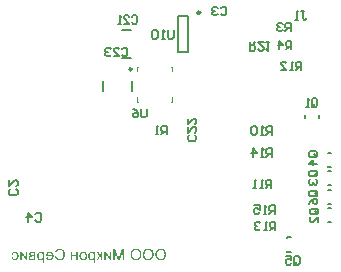
<source format=gbo>
G04 Layer_Color=32896*
%FSLAX25Y25*%
%MOIN*%
G70*
G01*
G75*
%ADD32C,0.00984*%
%ADD34C,0.00787*%
%ADD60C,0.01000*%
%ADD61C,0.00394*%
%ADD62C,0.00606*%
%ADD63C,0.00591*%
G36*
X9813Y2756D02*
X8583D01*
X8497Y2760D01*
X8415Y2764D01*
X8337Y2772D01*
X8267Y2785D01*
X8201Y2797D01*
X8140Y2813D01*
X8087Y2830D01*
X8037Y2850D01*
X7996Y2867D01*
X7955Y2883D01*
X7927Y2899D01*
X7898Y2912D01*
X7878Y2924D01*
X7865Y2932D01*
X7857Y2940D01*
X7853D01*
X7808Y2977D01*
X7767Y3018D01*
X7734Y3063D01*
X7701Y3108D01*
X7672Y3158D01*
X7652Y3207D01*
X7615Y3301D01*
X7591Y3387D01*
X7582Y3424D01*
X7578Y3453D01*
X7574Y3482D01*
X7570Y3502D01*
Y3514D01*
Y3519D01*
X7574Y3609D01*
X7591Y3687D01*
X7611Y3760D01*
X7636Y3822D01*
X7660Y3871D01*
X7681Y3908D01*
X7697Y3933D01*
X7701Y3941D01*
X7750Y4002D01*
X7804Y4051D01*
X7857Y4097D01*
X7910Y4129D01*
X7951Y4154D01*
X7988Y4170D01*
X8013Y4179D01*
X8017Y4183D01*
X8021D01*
X7964Y4220D01*
X7914Y4261D01*
X7869Y4302D01*
X7836Y4343D01*
X7808Y4375D01*
X7791Y4400D01*
X7779Y4416D01*
X7775Y4425D01*
X7746Y4482D01*
X7726Y4539D01*
X7713Y4597D01*
X7701Y4654D01*
X7697Y4699D01*
X7693Y4736D01*
Y4761D01*
Y4765D01*
Y4769D01*
X7697Y4859D01*
X7713Y4937D01*
X7738Y5011D01*
X7763Y5072D01*
X7787Y5122D01*
X7812Y5159D01*
X7828Y5179D01*
X7832Y5187D01*
X7886Y5249D01*
X7943Y5298D01*
X8000Y5343D01*
X8050Y5376D01*
X8095Y5400D01*
X8132Y5417D01*
X8156Y5425D01*
X8160Y5429D01*
X8164D01*
X8201Y5441D01*
X8242Y5454D01*
X8337Y5470D01*
X8431Y5482D01*
X8525Y5491D01*
X8611Y5495D01*
X8648Y5499D01*
X9813D01*
Y2756D01*
D02*
G37*
G36*
X51682Y6602D02*
X51821Y6581D01*
X51952Y6557D01*
X52075Y6524D01*
X52194Y6483D01*
X52301Y6438D01*
X52399Y6389D01*
X52490Y6339D01*
X52572Y6290D01*
X52641Y6241D01*
X52699Y6196D01*
X52752Y6155D01*
X52789Y6122D01*
X52818Y6097D01*
X52838Y6077D01*
X52842Y6073D01*
X52932Y5970D01*
X53010Y5855D01*
X53076Y5741D01*
X53133Y5618D01*
X53183Y5495D01*
X53224Y5372D01*
X53256Y5253D01*
X53285Y5134D01*
X53306Y5023D01*
X53318Y4925D01*
X53330Y4831D01*
X53338Y4753D01*
X53342Y4687D01*
Y4662D01*
X53347Y4638D01*
Y4621D01*
Y4609D01*
Y4601D01*
Y4597D01*
X53342Y4507D01*
X53338Y4412D01*
X53314Y4240D01*
X53297Y4158D01*
X53281Y4080D01*
X53260Y4006D01*
X53240Y3941D01*
X53219Y3875D01*
X53199Y3822D01*
X53183Y3773D01*
X53166Y3732D01*
X53154Y3699D01*
X53141Y3674D01*
X53137Y3658D01*
X53133Y3654D01*
X53088Y3572D01*
X53043Y3494D01*
X52994Y3424D01*
X52941Y3354D01*
X52887Y3293D01*
X52834Y3236D01*
X52785Y3182D01*
X52732Y3133D01*
X52682Y3092D01*
X52637Y3055D01*
X52596Y3022D01*
X52563Y2998D01*
X52535Y2977D01*
X52510Y2961D01*
X52498Y2953D01*
X52494Y2949D01*
X52412Y2904D01*
X52330Y2867D01*
X52248Y2830D01*
X52166Y2801D01*
X52084Y2776D01*
X52006Y2756D01*
X51928Y2740D01*
X51858Y2727D01*
X51789Y2715D01*
X51731Y2707D01*
X51674Y2703D01*
X51629Y2699D01*
X51592Y2694D01*
X51538D01*
X51448Y2699D01*
X51358Y2703D01*
X51186Y2731D01*
X51108Y2748D01*
X51030Y2768D01*
X50960Y2789D01*
X50895Y2809D01*
X50833Y2830D01*
X50780Y2850D01*
X50735Y2871D01*
X50694Y2887D01*
X50661Y2904D01*
X50640Y2916D01*
X50624Y2920D01*
X50620Y2924D01*
X50542Y2969D01*
X50468Y3022D01*
X50399Y3076D01*
X50337Y3129D01*
X50280Y3186D01*
X50222Y3244D01*
X50173Y3301D01*
X50128Y3354D01*
X50091Y3408D01*
X50054Y3457D01*
X50025Y3502D01*
X50001Y3539D01*
X49984Y3568D01*
X49972Y3592D01*
X49964Y3609D01*
X49960Y3613D01*
X49919Y3699D01*
X49882Y3789D01*
X49853Y3875D01*
X49825Y3965D01*
X49800Y4051D01*
X49784Y4138D01*
X49767Y4220D01*
X49755Y4298D01*
X49747Y4371D01*
X49738Y4437D01*
X49734Y4494D01*
X49730Y4544D01*
X49726Y4584D01*
Y4617D01*
Y4634D01*
Y4642D01*
X49730Y4749D01*
X49734Y4847D01*
X49747Y4945D01*
X49759Y5040D01*
X49775Y5126D01*
X49796Y5212D01*
X49816Y5290D01*
X49837Y5359D01*
X49857Y5425D01*
X49878Y5482D01*
X49894Y5536D01*
X49915Y5577D01*
X49927Y5610D01*
X49939Y5634D01*
X49944Y5650D01*
X49948Y5655D01*
X49993Y5737D01*
X50038Y5815D01*
X50091Y5888D01*
X50140Y5954D01*
X50194Y6015D01*
X50247Y6073D01*
X50300Y6126D01*
X50353Y6175D01*
X50403Y6216D01*
X50448Y6253D01*
X50485Y6286D01*
X50522Y6311D01*
X50550Y6331D01*
X50571Y6343D01*
X50587Y6352D01*
X50591Y6356D01*
X50673Y6401D01*
X50751Y6438D01*
X50833Y6470D01*
X50915Y6499D01*
X50997Y6524D01*
X51075Y6544D01*
X51149Y6561D01*
X51223Y6573D01*
X51288Y6585D01*
X51346Y6594D01*
X51399Y6598D01*
X51448Y6602D01*
X51485Y6606D01*
X51534D01*
X51682Y6602D01*
D02*
G37*
G36*
X3076Y5552D02*
X3199Y5536D01*
X3310Y5507D01*
X3359Y5491D01*
X3409Y5478D01*
X3449Y5462D01*
X3486Y5446D01*
X3519Y5433D01*
X3548Y5417D01*
X3573Y5409D01*
X3589Y5400D01*
X3597Y5392D01*
X3601D01*
X3708Y5322D01*
X3798Y5245D01*
X3876Y5159D01*
X3937Y5081D01*
X3987Y5007D01*
X4003Y4974D01*
X4019Y4945D01*
X4032Y4925D01*
X4040Y4908D01*
X4048Y4896D01*
Y4892D01*
X4097Y4765D01*
X4130Y4630D01*
X4155Y4498D01*
X4175Y4380D01*
X4179Y4322D01*
X4183Y4273D01*
X4188Y4228D01*
Y4187D01*
X4192Y4158D01*
Y4134D01*
Y4117D01*
Y4113D01*
X4188Y3990D01*
X4175Y3871D01*
X4159Y3760D01*
X4138Y3658D01*
X4114Y3564D01*
X4085Y3478D01*
X4052Y3400D01*
X4019Y3330D01*
X3991Y3268D01*
X3958Y3211D01*
X3929Y3166D01*
X3905Y3129D01*
X3884Y3096D01*
X3868Y3076D01*
X3855Y3063D01*
X3851Y3059D01*
X3786Y2994D01*
X3716Y2940D01*
X3642Y2891D01*
X3568Y2850D01*
X3491Y2813D01*
X3417Y2785D01*
X3343Y2760D01*
X3273Y2740D01*
X3208Y2723D01*
X3146Y2715D01*
X3089Y2707D01*
X3044Y2699D01*
X3003D01*
X2974Y2694D01*
X2949D01*
X2867Y2699D01*
X2789Y2707D01*
X2716Y2719D01*
X2642Y2735D01*
X2576Y2756D01*
X2515Y2781D01*
X2457Y2801D01*
X2404Y2830D01*
X2359Y2854D01*
X2314Y2875D01*
X2281Y2899D01*
X2248Y2920D01*
X2228Y2936D01*
X2207Y2949D01*
X2199Y2957D01*
X2195Y2961D01*
X2142Y3014D01*
X2088Y3067D01*
X2043Y3129D01*
X2006Y3190D01*
X1969Y3252D01*
X1937Y3314D01*
X1887Y3428D01*
X1867Y3486D01*
X1850Y3535D01*
X1838Y3580D01*
X1826Y3621D01*
X1818Y3654D01*
X1814Y3678D01*
X1809Y3695D01*
Y3699D01*
X2265Y3760D01*
X2277Y3695D01*
X2289Y3637D01*
X2306Y3580D01*
X2322Y3531D01*
X2342Y3482D01*
X2359Y3441D01*
X2379Y3404D01*
X2400Y3367D01*
X2420Y3338D01*
X2437Y3314D01*
X2470Y3272D01*
X2490Y3248D01*
X2494Y3244D01*
X2498Y3240D01*
X2572Y3186D01*
X2646Y3145D01*
X2724Y3117D01*
X2794Y3096D01*
X2859Y3084D01*
X2884Y3080D01*
X2908D01*
X2929Y3076D01*
X2953D01*
X3015Y3080D01*
X3076Y3088D01*
X3130Y3100D01*
X3183Y3117D01*
X3277Y3154D01*
X3359Y3203D01*
X3392Y3223D01*
X3421Y3248D01*
X3445Y3268D01*
X3470Y3289D01*
X3486Y3301D01*
X3499Y3314D01*
X3503Y3322D01*
X3507Y3326D01*
X3544Y3375D01*
X3577Y3432D01*
X3605Y3494D01*
X3626Y3555D01*
X3667Y3691D01*
X3691Y3822D01*
X3700Y3883D01*
X3704Y3941D01*
X3708Y3994D01*
X3712Y4039D01*
X3716Y4076D01*
Y4105D01*
Y4125D01*
Y4129D01*
X3712Y4228D01*
X3708Y4322D01*
X3695Y4404D01*
X3683Y4482D01*
X3667Y4556D01*
X3646Y4621D01*
X3626Y4679D01*
X3605Y4732D01*
X3589Y4777D01*
X3568Y4818D01*
X3548Y4851D01*
X3531Y4876D01*
X3519Y4900D01*
X3507Y4913D01*
X3503Y4921D01*
X3499Y4925D01*
X3458Y4970D01*
X3413Y5007D01*
X3363Y5044D01*
X3318Y5072D01*
X3269Y5097D01*
X3224Y5117D01*
X3134Y5146D01*
X3052Y5167D01*
X3019Y5171D01*
X2986Y5175D01*
X2962Y5179D01*
X2929D01*
X2847Y5175D01*
X2769Y5159D01*
X2703Y5134D01*
X2646Y5109D01*
X2601Y5081D01*
X2564Y5060D01*
X2543Y5044D01*
X2535Y5035D01*
X2478Y4978D01*
X2429Y4913D01*
X2392Y4843D01*
X2359Y4777D01*
X2334Y4716D01*
X2318Y4667D01*
X2314Y4646D01*
X2310Y4634D01*
X2306Y4625D01*
Y4621D01*
X1855Y4691D01*
X1871Y4765D01*
X1896Y4839D01*
X1920Y4904D01*
X1945Y4966D01*
X1973Y5023D01*
X2006Y5077D01*
X2035Y5122D01*
X2068Y5167D01*
X2097Y5204D01*
X2125Y5236D01*
X2150Y5265D01*
X2174Y5290D01*
X2191Y5306D01*
X2207Y5318D01*
X2215Y5327D01*
X2220Y5331D01*
X2273Y5372D01*
X2330Y5409D01*
X2392Y5437D01*
X2453Y5462D01*
X2576Y5503D01*
X2691Y5532D01*
X2744Y5540D01*
X2794Y5548D01*
X2839Y5552D01*
X2875Y5556D01*
X2904Y5560D01*
X2949D01*
X3076Y5552D01*
D02*
G37*
G36*
X17910Y6602D02*
X18000Y6598D01*
X18169Y6569D01*
X18250Y6553D01*
X18324Y6532D01*
X18398Y6511D01*
X18464Y6491D01*
X18521Y6470D01*
X18574Y6450D01*
X18624Y6430D01*
X18661Y6413D01*
X18693Y6397D01*
X18714Y6384D01*
X18730Y6380D01*
X18734Y6376D01*
X18808Y6331D01*
X18882Y6282D01*
X18947Y6229D01*
X19009Y6175D01*
X19066Y6118D01*
X19120Y6065D01*
X19165Y6007D01*
X19210Y5958D01*
X19247Y5905D01*
X19280Y5860D01*
X19308Y5819D01*
X19333Y5782D01*
X19349Y5749D01*
X19362Y5728D01*
X19370Y5712D01*
X19374Y5708D01*
X19415Y5626D01*
X19448Y5536D01*
X19476Y5450D01*
X19505Y5364D01*
X19546Y5187D01*
X19558Y5105D01*
X19571Y5027D01*
X19579Y4953D01*
X19587Y4888D01*
X19591Y4826D01*
X19595Y4773D01*
X19599Y4732D01*
Y4699D01*
Y4683D01*
Y4675D01*
X19595Y4576D01*
X19591Y4478D01*
X19567Y4289D01*
X19554Y4199D01*
X19538Y4117D01*
X19517Y4039D01*
X19501Y3965D01*
X19480Y3900D01*
X19464Y3838D01*
X19448Y3789D01*
X19431Y3744D01*
X19419Y3711D01*
X19411Y3683D01*
X19407Y3666D01*
X19403Y3662D01*
X19362Y3576D01*
X19321Y3494D01*
X19275Y3420D01*
X19226Y3350D01*
X19177Y3285D01*
X19132Y3227D01*
X19083Y3174D01*
X19038Y3125D01*
X18993Y3080D01*
X18952Y3043D01*
X18915Y3014D01*
X18882Y2985D01*
X18857Y2965D01*
X18837Y2953D01*
X18824Y2944D01*
X18820Y2940D01*
X18747Y2895D01*
X18669Y2858D01*
X18587Y2826D01*
X18501Y2797D01*
X18419Y2776D01*
X18337Y2756D01*
X18255Y2740D01*
X18177Y2727D01*
X18103Y2715D01*
X18037Y2707D01*
X17976Y2703D01*
X17927Y2699D01*
X17882Y2694D01*
X17824D01*
X17713Y2699D01*
X17611Y2707D01*
X17513Y2723D01*
X17418Y2744D01*
X17328Y2768D01*
X17246Y2797D01*
X17172Y2826D01*
X17102Y2854D01*
X17037Y2883D01*
X16984Y2912D01*
X16934Y2940D01*
X16897Y2965D01*
X16865Y2985D01*
X16844Y3002D01*
X16828Y3010D01*
X16824Y3014D01*
X16750Y3080D01*
X16680Y3150D01*
X16619Y3223D01*
X16561Y3297D01*
X16508Y3375D01*
X16463Y3457D01*
X16422Y3531D01*
X16385Y3609D01*
X16352Y3678D01*
X16328Y3744D01*
X16303Y3805D01*
X16287Y3855D01*
X16270Y3900D01*
X16262Y3929D01*
X16254Y3949D01*
Y3957D01*
X16754Y4084D01*
X16774Y3998D01*
X16803Y3916D01*
X16832Y3838D01*
X16861Y3769D01*
X16893Y3703D01*
X16926Y3646D01*
X16959Y3592D01*
X16992Y3543D01*
X17025Y3502D01*
X17053Y3465D01*
X17082Y3432D01*
X17102Y3408D01*
X17123Y3387D01*
X17139Y3375D01*
X17148Y3367D01*
X17152Y3363D01*
X17209Y3322D01*
X17266Y3285D01*
X17324Y3252D01*
X17385Y3223D01*
X17447Y3199D01*
X17504Y3178D01*
X17619Y3150D01*
X17668Y3141D01*
X17718Y3133D01*
X17759Y3129D01*
X17795Y3125D01*
X17824Y3121D01*
X17865D01*
X17931Y3125D01*
X17992Y3129D01*
X18111Y3150D01*
X18222Y3178D01*
X18316Y3211D01*
X18357Y3227D01*
X18394Y3240D01*
X18427Y3256D01*
X18455Y3268D01*
X18480Y3281D01*
X18496Y3289D01*
X18505Y3297D01*
X18509D01*
X18562Y3334D01*
X18611Y3371D01*
X18701Y3457D01*
X18775Y3543D01*
X18837Y3633D01*
X18882Y3711D01*
X18902Y3744D01*
X18919Y3777D01*
X18927Y3801D01*
X18935Y3818D01*
X18943Y3830D01*
Y3834D01*
X18989Y3974D01*
X19025Y4117D01*
X19050Y4261D01*
X19058Y4326D01*
X19066Y4392D01*
X19071Y4453D01*
X19075Y4507D01*
X19079Y4556D01*
Y4597D01*
X19083Y4634D01*
Y4658D01*
Y4675D01*
Y4679D01*
X19079Y4818D01*
X19066Y4949D01*
X19046Y5072D01*
X19038Y5130D01*
X19025Y5183D01*
X19013Y5228D01*
X19005Y5273D01*
X18993Y5310D01*
X18984Y5343D01*
X18980Y5368D01*
X18972Y5388D01*
X18968Y5400D01*
Y5404D01*
X18915Y5532D01*
X18853Y5642D01*
X18788Y5737D01*
X18751Y5778D01*
X18718Y5819D01*
X18685Y5851D01*
X18656Y5880D01*
X18628Y5909D01*
X18607Y5929D01*
X18587Y5946D01*
X18570Y5958D01*
X18562Y5962D01*
X18558Y5966D01*
X18501Y6003D01*
X18443Y6036D01*
X18382Y6065D01*
X18320Y6089D01*
X18197Y6126D01*
X18078Y6155D01*
X18029Y6163D01*
X17980Y6167D01*
X17935Y6171D01*
X17898Y6175D01*
X17865Y6179D01*
X17754D01*
X17689Y6171D01*
X17566Y6151D01*
X17459Y6118D01*
X17414Y6101D01*
X17369Y6085D01*
X17328Y6069D01*
X17295Y6052D01*
X17266Y6036D01*
X17242Y6019D01*
X17221Y6007D01*
X17209Y5999D01*
X17201Y5995D01*
X17197Y5991D01*
X17152Y5954D01*
X17107Y5913D01*
X17033Y5819D01*
X16963Y5716D01*
X16910Y5618D01*
X16869Y5528D01*
X16848Y5491D01*
X16836Y5458D01*
X16824Y5429D01*
X16820Y5404D01*
X16811Y5392D01*
Y5388D01*
X16319Y5503D01*
X16352Y5597D01*
X16389Y5687D01*
X16426Y5773D01*
X16471Y5851D01*
X16512Y5925D01*
X16557Y5991D01*
X16602Y6052D01*
X16647Y6106D01*
X16692Y6155D01*
X16729Y6196D01*
X16766Y6233D01*
X16799Y6261D01*
X16824Y6286D01*
X16844Y6302D01*
X16857Y6311D01*
X16861Y6315D01*
X16934Y6368D01*
X17012Y6409D01*
X17090Y6450D01*
X17172Y6483D01*
X17254Y6511D01*
X17332Y6536D01*
X17410Y6553D01*
X17484Y6569D01*
X17553Y6581D01*
X17615Y6589D01*
X17672Y6598D01*
X17722Y6602D01*
X17763Y6606D01*
X17816D01*
X17910Y6602D01*
D02*
G37*
G36*
X14675Y5556D02*
X14778Y5544D01*
X14868Y5523D01*
X14958Y5499D01*
X15040Y5470D01*
X15118Y5437D01*
X15188Y5404D01*
X15249Y5368D01*
X15307Y5331D01*
X15356Y5298D01*
X15401Y5265D01*
X15434Y5236D01*
X15462Y5212D01*
X15483Y5191D01*
X15495Y5179D01*
X15499Y5175D01*
X15561Y5101D01*
X15614Y5019D01*
X15663Y4933D01*
X15704Y4847D01*
X15737Y4757D01*
X15766Y4667D01*
X15790Y4580D01*
X15807Y4494D01*
X15823Y4416D01*
X15832Y4338D01*
X15840Y4273D01*
X15848Y4216D01*
Y4166D01*
X15852Y4129D01*
Y4109D01*
Y4101D01*
X15848Y3978D01*
X15836Y3863D01*
X15819Y3756D01*
X15799Y3658D01*
X15770Y3564D01*
X15741Y3478D01*
X15709Y3400D01*
X15676Y3330D01*
X15647Y3268D01*
X15614Y3215D01*
X15586Y3170D01*
X15557Y3133D01*
X15536Y3100D01*
X15520Y3080D01*
X15508Y3067D01*
X15504Y3063D01*
X15434Y2998D01*
X15360Y2940D01*
X15286Y2891D01*
X15204Y2850D01*
X15126Y2813D01*
X15044Y2785D01*
X14966Y2760D01*
X14893Y2740D01*
X14823Y2727D01*
X14757Y2715D01*
X14700Y2707D01*
X14647Y2699D01*
X14606D01*
X14573Y2694D01*
X14548D01*
X14462Y2699D01*
X14376Y2703D01*
X14298Y2715D01*
X14224Y2731D01*
X14155Y2748D01*
X14093Y2768D01*
X14032Y2789D01*
X13978Y2809D01*
X13929Y2830D01*
X13888Y2850D01*
X13851Y2871D01*
X13818Y2887D01*
X13798Y2904D01*
X13777Y2916D01*
X13769Y2920D01*
X13765Y2924D01*
X13708Y2969D01*
X13658Y3018D01*
X13613Y3072D01*
X13568Y3125D01*
X13495Y3236D01*
X13437Y3338D01*
X13417Y3387D01*
X13396Y3432D01*
X13380Y3473D01*
X13367Y3510D01*
X13355Y3539D01*
X13347Y3559D01*
X13343Y3576D01*
Y3580D01*
X13827Y3641D01*
X13868Y3539D01*
X13917Y3449D01*
X13966Y3371D01*
X14011Y3314D01*
X14052Y3264D01*
X14085Y3232D01*
X14105Y3215D01*
X14109Y3207D01*
X14114D01*
X14183Y3162D01*
X14257Y3133D01*
X14331Y3108D01*
X14397Y3092D01*
X14458Y3084D01*
X14507Y3080D01*
X14524Y3076D01*
X14548D01*
X14610Y3080D01*
X14671Y3088D01*
X14729Y3096D01*
X14782Y3113D01*
X14880Y3150D01*
X14962Y3195D01*
X14999Y3215D01*
X15032Y3240D01*
X15057Y3260D01*
X15081Y3277D01*
X15098Y3293D01*
X15110Y3305D01*
X15118Y3309D01*
X15122Y3314D01*
X15163Y3363D01*
X15200Y3412D01*
X15229Y3469D01*
X15258Y3523D01*
X15303Y3641D01*
X15335Y3752D01*
X15348Y3805D01*
X15356Y3855D01*
X15364Y3896D01*
X15368Y3937D01*
X15372Y3965D01*
X15376Y3990D01*
Y4006D01*
Y4011D01*
X13330D01*
X13326Y4064D01*
Y4105D01*
Y4125D01*
Y4134D01*
X13330Y4256D01*
X13343Y4371D01*
X13359Y4482D01*
X13380Y4584D01*
X13408Y4679D01*
X13437Y4765D01*
X13470Y4843D01*
X13499Y4913D01*
X13531Y4974D01*
X13564Y5031D01*
X13593Y5077D01*
X13622Y5113D01*
X13642Y5146D01*
X13658Y5167D01*
X13671Y5179D01*
X13675Y5183D01*
X13740Y5249D01*
X13814Y5306D01*
X13888Y5359D01*
X13962Y5400D01*
X14036Y5437D01*
X14114Y5470D01*
X14183Y5495D01*
X14253Y5515D01*
X14319Y5528D01*
X14380Y5540D01*
X14433Y5548D01*
X14483Y5556D01*
X14520D01*
X14548Y5560D01*
X14573D01*
X14675Y5556D01*
D02*
G37*
G36*
X28660D02*
X28751Y5544D01*
X28828Y5528D01*
X28894Y5507D01*
X28947Y5486D01*
X28988Y5470D01*
X29013Y5458D01*
X29017Y5454D01*
X29021D01*
X29091Y5409D01*
X29152Y5359D01*
X29210Y5306D01*
X29259Y5257D01*
X29300Y5212D01*
X29333Y5171D01*
X29349Y5146D01*
X29357Y5142D01*
Y5499D01*
X29780D01*
Y1706D01*
X29316D01*
Y3039D01*
X29271Y2985D01*
X29222Y2936D01*
X29173Y2891D01*
X29124Y2858D01*
X29083Y2830D01*
X29046Y2805D01*
X29025Y2793D01*
X29017Y2789D01*
X28947Y2756D01*
X28874Y2735D01*
X28804Y2719D01*
X28738Y2707D01*
X28681Y2699D01*
X28640Y2694D01*
X28599D01*
X28537Y2699D01*
X28480Y2703D01*
X28369Y2723D01*
X28267Y2752D01*
X28177Y2785D01*
X28136Y2801D01*
X28099Y2813D01*
X28070Y2830D01*
X28041Y2842D01*
X28021Y2854D01*
X28004Y2863D01*
X27996Y2871D01*
X27992D01*
X27890Y2944D01*
X27804Y3026D01*
X27726Y3113D01*
X27664Y3199D01*
X27615Y3272D01*
X27599Y3305D01*
X27582Y3334D01*
X27570Y3354D01*
X27562Y3371D01*
X27553Y3383D01*
Y3387D01*
X27504Y3519D01*
X27467Y3650D01*
X27439Y3777D01*
X27422Y3892D01*
X27414Y3945D01*
X27410Y3994D01*
X27406Y4039D01*
Y4076D01*
X27402Y4105D01*
Y4125D01*
Y4142D01*
Y4146D01*
X27406Y4289D01*
X27422Y4425D01*
X27447Y4548D01*
X27459Y4601D01*
X27471Y4654D01*
X27484Y4699D01*
X27496Y4744D01*
X27508Y4781D01*
X27521Y4810D01*
X27529Y4835D01*
X27537Y4851D01*
X27541Y4863D01*
Y4867D01*
X27599Y4982D01*
X27660Y5085D01*
X27730Y5171D01*
X27795Y5245D01*
X27853Y5302D01*
X27902Y5343D01*
X27922Y5355D01*
X27935Y5368D01*
X27943Y5376D01*
X27947D01*
X27996Y5409D01*
X28049Y5437D01*
X28156Y5482D01*
X28259Y5515D01*
X28357Y5536D01*
X28402Y5544D01*
X28439Y5552D01*
X28476Y5556D01*
X28509D01*
X28533Y5560D01*
X28566D01*
X28660Y5556D01*
D02*
G37*
G36*
X11637D02*
X11727Y5544D01*
X11805Y5528D01*
X11871Y5507D01*
X11924Y5486D01*
X11965Y5470D01*
X11990Y5458D01*
X11994Y5454D01*
X11998D01*
X12068Y5409D01*
X12129Y5359D01*
X12187Y5306D01*
X12236Y5257D01*
X12277Y5212D01*
X12310Y5171D01*
X12326Y5146D01*
X12334Y5142D01*
Y5499D01*
X12756D01*
Y1706D01*
X12293D01*
Y3039D01*
X12248Y2985D01*
X12199Y2936D01*
X12150Y2891D01*
X12100Y2858D01*
X12060Y2830D01*
X12023Y2805D01*
X12002Y2793D01*
X11994Y2789D01*
X11924Y2756D01*
X11850Y2735D01*
X11781Y2719D01*
X11715Y2707D01*
X11658Y2699D01*
X11617Y2694D01*
X11576D01*
X11514Y2699D01*
X11457Y2703D01*
X11346Y2723D01*
X11244Y2752D01*
X11153Y2785D01*
X11112Y2801D01*
X11075Y2813D01*
X11047Y2830D01*
X11018Y2842D01*
X10998Y2854D01*
X10981Y2863D01*
X10973Y2871D01*
X10969D01*
X10866Y2944D01*
X10780Y3026D01*
X10702Y3113D01*
X10641Y3199D01*
X10592Y3272D01*
X10575Y3305D01*
X10559Y3334D01*
X10547Y3354D01*
X10538Y3371D01*
X10530Y3383D01*
Y3387D01*
X10481Y3519D01*
X10444Y3650D01*
X10415Y3777D01*
X10399Y3892D01*
X10391Y3945D01*
X10387Y3994D01*
X10383Y4039D01*
Y4076D01*
X10379Y4105D01*
Y4125D01*
Y4142D01*
Y4146D01*
X10383Y4289D01*
X10399Y4425D01*
X10424Y4548D01*
X10436Y4601D01*
X10448Y4654D01*
X10460Y4699D01*
X10473Y4744D01*
X10485Y4781D01*
X10497Y4810D01*
X10506Y4835D01*
X10514Y4851D01*
X10518Y4863D01*
Y4867D01*
X10575Y4982D01*
X10637Y5085D01*
X10706Y5171D01*
X10772Y5245D01*
X10830Y5302D01*
X10879Y5343D01*
X10899Y5355D01*
X10911Y5368D01*
X10920Y5376D01*
X10924D01*
X10973Y5409D01*
X11026Y5437D01*
X11133Y5482D01*
X11235Y5515D01*
X11334Y5536D01*
X11379Y5544D01*
X11416Y5552D01*
X11453Y5556D01*
X11485D01*
X11510Y5560D01*
X11543D01*
X11637Y5556D01*
D02*
G37*
G36*
X25823D02*
X25913Y5548D01*
X25995Y5532D01*
X26077Y5511D01*
X26155Y5491D01*
X26225Y5462D01*
X26291Y5437D01*
X26348Y5409D01*
X26405Y5380D01*
X26450Y5351D01*
X26491Y5322D01*
X26528Y5302D01*
X26553Y5282D01*
X26574Y5265D01*
X26586Y5257D01*
X26590Y5253D01*
X26664Y5179D01*
X26729Y5101D01*
X26787Y5015D01*
X26836Y4925D01*
X26873Y4831D01*
X26910Y4736D01*
X26938Y4642D01*
X26959Y4552D01*
X26975Y4466D01*
X26992Y4388D01*
X27000Y4314D01*
X27004Y4248D01*
X27008Y4199D01*
X27012Y4158D01*
Y4134D01*
Y4129D01*
Y4125D01*
X27008Y3998D01*
X26996Y3879D01*
X26979Y3769D01*
X26959Y3666D01*
X26930Y3572D01*
X26902Y3486D01*
X26869Y3408D01*
X26836Y3334D01*
X26803Y3272D01*
X26770Y3215D01*
X26742Y3170D01*
X26713Y3133D01*
X26692Y3100D01*
X26676Y3080D01*
X26664Y3067D01*
X26660Y3063D01*
X26590Y2998D01*
X26516Y2940D01*
X26442Y2891D01*
X26364Y2850D01*
X26287Y2813D01*
X26209Y2785D01*
X26135Y2760D01*
X26061Y2740D01*
X25991Y2727D01*
X25930Y2715D01*
X25872Y2707D01*
X25823Y2699D01*
X25782D01*
X25754Y2694D01*
X25729D01*
X25598Y2703D01*
X25475Y2719D01*
X25364Y2748D01*
X25311Y2760D01*
X25266Y2776D01*
X25221Y2793D01*
X25184Y2805D01*
X25151Y2822D01*
X25122Y2834D01*
X25098Y2842D01*
X25081Y2850D01*
X25073Y2858D01*
X25069D01*
X24962Y2928D01*
X24868Y3002D01*
X24790Y3080D01*
X24724Y3158D01*
X24671Y3223D01*
X24651Y3256D01*
X24634Y3281D01*
X24622Y3301D01*
X24614Y3318D01*
X24606Y3326D01*
Y3330D01*
X24577Y3391D01*
X24552Y3453D01*
X24511Y3588D01*
X24483Y3728D01*
X24466Y3859D01*
X24458Y3920D01*
X24454Y3978D01*
X24450Y4031D01*
Y4076D01*
X24446Y4113D01*
Y4138D01*
Y4158D01*
Y4162D01*
X24450Y4281D01*
X24462Y4396D01*
X24478Y4502D01*
X24503Y4601D01*
X24528Y4691D01*
X24560Y4773D01*
X24593Y4851D01*
X24626Y4921D01*
X24659Y4982D01*
X24692Y5035D01*
X24724Y5081D01*
X24749Y5117D01*
X24774Y5150D01*
X24790Y5171D01*
X24802Y5183D01*
X24806Y5187D01*
X24876Y5253D01*
X24950Y5310D01*
X25024Y5359D01*
X25102Y5404D01*
X25179Y5437D01*
X25253Y5470D01*
X25331Y5495D01*
X25401Y5515D01*
X25471Y5528D01*
X25532Y5540D01*
X25585Y5548D01*
X25635Y5556D01*
X25676D01*
X25704Y5560D01*
X25729D01*
X25823Y5556D01*
D02*
G37*
G36*
X47570Y6602D02*
X47709Y6581D01*
X47840Y6557D01*
X47963Y6524D01*
X48082Y6483D01*
X48189Y6438D01*
X48287Y6389D01*
X48377Y6339D01*
X48459Y6290D01*
X48529Y6241D01*
X48586Y6196D01*
X48640Y6155D01*
X48677Y6122D01*
X48705Y6097D01*
X48726Y6077D01*
X48730Y6073D01*
X48820Y5970D01*
X48898Y5855D01*
X48964Y5741D01*
X49021Y5618D01*
X49070Y5495D01*
X49111Y5372D01*
X49144Y5253D01*
X49173Y5134D01*
X49193Y5023D01*
X49205Y4925D01*
X49218Y4831D01*
X49226Y4753D01*
X49230Y4687D01*
Y4662D01*
X49234Y4638D01*
Y4621D01*
Y4609D01*
Y4601D01*
Y4597D01*
X49230Y4507D01*
X49226Y4412D01*
X49201Y4240D01*
X49185Y4158D01*
X49169Y4080D01*
X49148Y4006D01*
X49128Y3941D01*
X49107Y3875D01*
X49087Y3822D01*
X49070Y3773D01*
X49054Y3732D01*
X49042Y3699D01*
X49029Y3674D01*
X49025Y3658D01*
X49021Y3654D01*
X48976Y3572D01*
X48931Y3494D01*
X48882Y3424D01*
X48828Y3354D01*
X48775Y3293D01*
X48722Y3236D01*
X48673Y3182D01*
X48619Y3133D01*
X48570Y3092D01*
X48525Y3055D01*
X48484Y3022D01*
X48451Y2998D01*
X48422Y2977D01*
X48398Y2961D01*
X48386Y2953D01*
X48381Y2949D01*
X48299Y2904D01*
X48217Y2867D01*
X48135Y2830D01*
X48053Y2801D01*
X47971Y2776D01*
X47894Y2756D01*
X47816Y2740D01*
X47746Y2727D01*
X47676Y2715D01*
X47619Y2707D01*
X47561Y2703D01*
X47516Y2699D01*
X47479Y2694D01*
X47426D01*
X47336Y2699D01*
X47246Y2703D01*
X47074Y2731D01*
X46996Y2748D01*
X46918Y2768D01*
X46848Y2789D01*
X46782Y2809D01*
X46721Y2830D01*
X46668Y2850D01*
X46622Y2871D01*
X46582Y2887D01*
X46549Y2904D01*
X46528Y2916D01*
X46512Y2920D01*
X46508Y2924D01*
X46430Y2969D01*
X46356Y3022D01*
X46286Y3076D01*
X46225Y3129D01*
X46167Y3186D01*
X46110Y3244D01*
X46061Y3301D01*
X46016Y3354D01*
X45979Y3408D01*
X45942Y3457D01*
X45913Y3502D01*
X45889Y3539D01*
X45872Y3568D01*
X45860Y3592D01*
X45852Y3609D01*
X45848Y3613D01*
X45807Y3699D01*
X45770Y3789D01*
X45741Y3875D01*
X45712Y3965D01*
X45688Y4051D01*
X45671Y4138D01*
X45655Y4220D01*
X45643Y4298D01*
X45634Y4371D01*
X45626Y4437D01*
X45622Y4494D01*
X45618Y4544D01*
X45614Y4584D01*
Y4617D01*
Y4634D01*
Y4642D01*
X45618Y4749D01*
X45622Y4847D01*
X45634Y4945D01*
X45647Y5040D01*
X45663Y5126D01*
X45684Y5212D01*
X45704Y5290D01*
X45725Y5359D01*
X45745Y5425D01*
X45766Y5482D01*
X45782Y5536D01*
X45803Y5577D01*
X45815Y5610D01*
X45827Y5634D01*
X45831Y5650D01*
X45835Y5655D01*
X45880Y5737D01*
X45926Y5815D01*
X45979Y5888D01*
X46028Y5954D01*
X46081Y6015D01*
X46135Y6073D01*
X46188Y6126D01*
X46241Y6175D01*
X46290Y6216D01*
X46336Y6253D01*
X46372Y6286D01*
X46409Y6311D01*
X46438Y6331D01*
X46459Y6343D01*
X46475Y6352D01*
X46479Y6356D01*
X46561Y6401D01*
X46639Y6438D01*
X46721Y6470D01*
X46803Y6499D01*
X46885Y6524D01*
X46963Y6544D01*
X47037Y6561D01*
X47110Y6573D01*
X47176Y6585D01*
X47233Y6594D01*
X47287Y6598D01*
X47336Y6602D01*
X47373Y6606D01*
X47422D01*
X47570Y6602D01*
D02*
G37*
G36*
X43457D02*
X43597Y6581D01*
X43728Y6557D01*
X43851Y6524D01*
X43970Y6483D01*
X44076Y6438D01*
X44175Y6389D01*
X44265Y6339D01*
X44347Y6290D01*
X44417Y6241D01*
X44474Y6196D01*
X44527Y6155D01*
X44564Y6122D01*
X44593Y6097D01*
X44614Y6077D01*
X44618Y6073D01*
X44708Y5970D01*
X44786Y5855D01*
X44851Y5741D01*
X44909Y5618D01*
X44958Y5495D01*
X44999Y5372D01*
X45032Y5253D01*
X45060Y5134D01*
X45081Y5023D01*
X45093Y4925D01*
X45105Y4831D01*
X45114Y4753D01*
X45118Y4687D01*
Y4662D01*
X45122Y4638D01*
Y4621D01*
Y4609D01*
Y4601D01*
Y4597D01*
X45118Y4507D01*
X45114Y4412D01*
X45089Y4240D01*
X45073Y4158D01*
X45056Y4080D01*
X45036Y4006D01*
X45015Y3941D01*
X44995Y3875D01*
X44974Y3822D01*
X44958Y3773D01*
X44941Y3732D01*
X44929Y3699D01*
X44917Y3674D01*
X44913Y3658D01*
X44909Y3654D01*
X44864Y3572D01*
X44818Y3494D01*
X44769Y3424D01*
X44716Y3354D01*
X44663Y3293D01*
X44609Y3236D01*
X44560Y3182D01*
X44507Y3133D01*
X44458Y3092D01*
X44413Y3055D01*
X44372Y3022D01*
X44339Y2998D01*
X44310Y2977D01*
X44286Y2961D01*
X44273Y2953D01*
X44269Y2949D01*
X44187Y2904D01*
X44105Y2867D01*
X44023Y2830D01*
X43941Y2801D01*
X43859Y2776D01*
X43781Y2756D01*
X43703Y2740D01*
X43634Y2727D01*
X43564Y2715D01*
X43507Y2707D01*
X43449Y2703D01*
X43404Y2699D01*
X43367Y2694D01*
X43314D01*
X43224Y2699D01*
X43133Y2703D01*
X42961Y2731D01*
X42883Y2748D01*
X42805Y2768D01*
X42736Y2789D01*
X42670Y2809D01*
X42609Y2830D01*
X42555Y2850D01*
X42510Y2871D01*
X42469Y2887D01*
X42436Y2904D01*
X42416Y2916D01*
X42399Y2920D01*
X42395Y2924D01*
X42318Y2969D01*
X42244Y3022D01*
X42174Y3076D01*
X42112Y3129D01*
X42055Y3186D01*
X41998Y3244D01*
X41949Y3301D01*
X41903Y3354D01*
X41866Y3408D01*
X41830Y3457D01*
X41801Y3502D01*
X41776Y3539D01*
X41760Y3568D01*
X41748Y3592D01*
X41739Y3609D01*
X41735Y3613D01*
X41694Y3699D01*
X41657Y3789D01*
X41629Y3875D01*
X41600Y3965D01*
X41575Y4051D01*
X41559Y4138D01*
X41543Y4220D01*
X41530Y4298D01*
X41522Y4371D01*
X41514Y4437D01*
X41510Y4494D01*
X41506Y4544D01*
X41502Y4584D01*
Y4617D01*
Y4634D01*
Y4642D01*
X41506Y4749D01*
X41510Y4847D01*
X41522Y4945D01*
X41534Y5040D01*
X41551Y5126D01*
X41571Y5212D01*
X41592Y5290D01*
X41612Y5359D01*
X41633Y5425D01*
X41653Y5482D01*
X41670Y5536D01*
X41690Y5577D01*
X41702Y5610D01*
X41715Y5634D01*
X41719Y5650D01*
X41723Y5655D01*
X41768Y5737D01*
X41813Y5815D01*
X41866Y5888D01*
X41916Y5954D01*
X41969Y6015D01*
X42022Y6073D01*
X42076Y6126D01*
X42129Y6175D01*
X42178Y6216D01*
X42223Y6253D01*
X42260Y6286D01*
X42297Y6311D01*
X42326Y6331D01*
X42346Y6343D01*
X42363Y6352D01*
X42367Y6356D01*
X42449Y6401D01*
X42527Y6438D01*
X42609Y6470D01*
X42691Y6499D01*
X42773Y6524D01*
X42851Y6544D01*
X42924Y6561D01*
X42998Y6573D01*
X43064Y6585D01*
X43121Y6594D01*
X43174Y6598D01*
X43224Y6602D01*
X43260Y6606D01*
X43310D01*
X43457Y6602D01*
D02*
G37*
G36*
X35044Y2756D02*
X34548D01*
X33257Y4835D01*
Y2756D01*
X32793D01*
Y5499D01*
X33289D01*
X34581Y3404D01*
Y5499D01*
X35044D01*
Y2756D01*
D02*
G37*
G36*
X7008D02*
X6512D01*
X5221Y4835D01*
Y2756D01*
X4757D01*
Y5499D01*
X5254D01*
X6545Y3404D01*
Y5499D01*
X7008D01*
Y2756D01*
D02*
G37*
G36*
X39406D02*
X38923D01*
Y5979D01*
X37832Y2756D01*
X37381D01*
X36274Y5925D01*
Y2756D01*
X35790D01*
Y6540D01*
X36467D01*
X37377Y3908D01*
X37402Y3834D01*
X37426Y3769D01*
X37447Y3703D01*
X37467Y3646D01*
X37484Y3588D01*
X37500Y3539D01*
X37516Y3494D01*
X37529Y3453D01*
X37541Y3420D01*
X37549Y3387D01*
X37557Y3363D01*
X37566Y3338D01*
X37570Y3322D01*
X37574Y3309D01*
X37578Y3305D01*
Y3301D01*
X37590Y3338D01*
X37602Y3379D01*
X37631Y3465D01*
X37660Y3559D01*
X37689Y3650D01*
X37717Y3732D01*
X37730Y3769D01*
X37738Y3797D01*
X37746Y3822D01*
X37754Y3842D01*
X37758Y3855D01*
Y3859D01*
X38656Y6540D01*
X39406D01*
Y2756D01*
D02*
G37*
G36*
X32096D02*
X31633D01*
Y4023D01*
X31576Y4019D01*
X31526Y4011D01*
X31481Y3998D01*
X31440Y3982D01*
X31411Y3965D01*
X31387Y3953D01*
X31370Y3945D01*
X31366Y3941D01*
X31346Y3924D01*
X31321Y3904D01*
X31276Y3855D01*
X31231Y3797D01*
X31190Y3740D01*
X31153Y3687D01*
X31124Y3641D01*
X31116Y3625D01*
X31108Y3613D01*
X31100Y3605D01*
Y3601D01*
X30600Y2756D01*
X30087D01*
X30600Y3605D01*
X30653Y3691D01*
X30706Y3765D01*
X30760Y3834D01*
X30813Y3892D01*
X30862Y3945D01*
X30911Y3990D01*
X30956Y4031D01*
X31001Y4064D01*
X31038Y4088D01*
X31075Y4113D01*
X31108Y4129D01*
X31133Y4142D01*
X31157Y4150D01*
X31174Y4158D01*
X31182Y4162D01*
X31186D01*
X31124Y4195D01*
X31067Y4228D01*
X31022Y4261D01*
X30985Y4289D01*
X30956Y4314D01*
X30936Y4334D01*
X30924Y4347D01*
X30920Y4351D01*
X30887Y4396D01*
X30850Y4453D01*
X30817Y4515D01*
X30788Y4576D01*
X30760Y4634D01*
X30739Y4679D01*
X30735Y4699D01*
X30727Y4712D01*
X30723Y4720D01*
Y4724D01*
X30702Y4773D01*
X30682Y4818D01*
X30665Y4859D01*
X30649Y4896D01*
X30632Y4925D01*
X30620Y4953D01*
X30596Y4999D01*
X30579Y5027D01*
X30567Y5048D01*
X30559Y5056D01*
X30555Y5060D01*
X30530Y5081D01*
X30497Y5093D01*
X30460Y5105D01*
X30419Y5109D01*
X30382Y5113D01*
X30350Y5117D01*
X30321D01*
X30190Y5113D01*
Y5499D01*
X30370D01*
X30444Y5495D01*
X30505Y5486D01*
X30555Y5482D01*
X30591Y5474D01*
X30620Y5466D01*
X30637Y5462D01*
X30641D01*
X30682Y5446D01*
X30719Y5425D01*
X30751Y5400D01*
X30780Y5380D01*
X30805Y5355D01*
X30821Y5339D01*
X30833Y5327D01*
X30838Y5322D01*
X30854Y5302D01*
X30870Y5273D01*
X30907Y5212D01*
X30948Y5142D01*
X30981Y5068D01*
X31014Y5003D01*
X31026Y4970D01*
X31038Y4945D01*
X31051Y4925D01*
X31055Y4908D01*
X31063Y4896D01*
Y4892D01*
X31096Y4818D01*
X31124Y4753D01*
X31149Y4695D01*
X31178Y4642D01*
X31198Y4597D01*
X31223Y4556D01*
X31239Y4519D01*
X31260Y4490D01*
X31276Y4466D01*
X31288Y4445D01*
X31301Y4429D01*
X31309Y4416D01*
X31321Y4400D01*
X31325Y4396D01*
X31362Y4367D01*
X31411Y4347D01*
X31461Y4334D01*
X31510Y4326D01*
X31559Y4318D01*
X31596Y4314D01*
X31633D01*
Y5499D01*
X32096D01*
Y2756D01*
D02*
G37*
G36*
X23896D02*
X23433D01*
Y3974D01*
X22145D01*
Y2756D01*
X21682D01*
Y5499D01*
X22145D01*
Y4355D01*
X23433D01*
Y5499D01*
X23896D01*
Y2756D01*
D02*
G37*
%LPC*%
G36*
X9349Y5117D02*
X8779D01*
X8718Y5113D01*
X8661Y5109D01*
X8607Y5105D01*
X8562Y5097D01*
X8517Y5089D01*
X8480Y5081D01*
X8447Y5077D01*
X8419Y5068D01*
X8390Y5060D01*
X8370Y5052D01*
X8353Y5044D01*
X8333Y5035D01*
X8324Y5031D01*
X8271Y4995D01*
X8234Y4945D01*
X8206Y4896D01*
X8189Y4847D01*
X8177Y4798D01*
X8173Y4761D01*
X8169Y4744D01*
Y4732D01*
Y4728D01*
Y4724D01*
X8173Y4675D01*
X8181Y4634D01*
X8197Y4597D01*
X8214Y4564D01*
X8230Y4535D01*
X8247Y4515D01*
X8255Y4502D01*
X8259Y4498D01*
X8292Y4466D01*
X8324Y4437D01*
X8357Y4416D01*
X8390Y4400D01*
X8415Y4388D01*
X8435Y4380D01*
X8451Y4371D01*
X8456D01*
X8480Y4367D01*
X8505Y4363D01*
X8566Y4355D01*
X8632Y4351D01*
X8702Y4347D01*
X8763Y4343D01*
X9349D01*
Y5117D01*
D02*
G37*
G36*
Y3961D02*
X8685D01*
X8595Y3957D01*
X8521Y3953D01*
X8460Y3945D01*
X8410Y3941D01*
X8378Y3933D01*
X8361Y3929D01*
X8353D01*
X8304Y3916D01*
X8263Y3896D01*
X8222Y3871D01*
X8193Y3847D01*
X8164Y3822D01*
X8148Y3805D01*
X8136Y3789D01*
X8132Y3785D01*
X8103Y3744D01*
X8083Y3699D01*
X8066Y3658D01*
X8058Y3621D01*
X8050Y3592D01*
X8046Y3564D01*
Y3547D01*
Y3543D01*
X8054Y3465D01*
X8074Y3400D01*
X8099Y3342D01*
X8128Y3301D01*
X8152Y3268D01*
X8177Y3244D01*
X8193Y3232D01*
X8201Y3227D01*
X8230Y3211D01*
X8267Y3199D01*
X8349Y3174D01*
X8439Y3158D01*
X8525Y3150D01*
X8611Y3141D01*
X8648D01*
X8677Y3137D01*
X9349D01*
Y3961D01*
D02*
G37*
G36*
X51559Y6175D02*
X51465D01*
X51395Y6167D01*
X51268Y6147D01*
X51153Y6114D01*
X51104Y6097D01*
X51055Y6081D01*
X51010Y6061D01*
X50973Y6044D01*
X50940Y6028D01*
X50911Y6011D01*
X50886Y5999D01*
X50870Y5991D01*
X50862Y5987D01*
X50858Y5983D01*
X50751Y5905D01*
X50661Y5819D01*
X50583Y5733D01*
X50517Y5646D01*
X50468Y5568D01*
X50448Y5536D01*
X50431Y5507D01*
X50419Y5482D01*
X50411Y5466D01*
X50403Y5454D01*
Y5450D01*
X50349Y5314D01*
X50308Y5179D01*
X50280Y5044D01*
X50263Y4917D01*
X50255Y4859D01*
X50251Y4806D01*
X50247Y4761D01*
Y4720D01*
X50243Y4687D01*
Y4662D01*
Y4646D01*
Y4642D01*
X50247Y4511D01*
X50259Y4384D01*
X50276Y4269D01*
X50300Y4158D01*
X50329Y4056D01*
X50358Y3965D01*
X50394Y3879D01*
X50427Y3805D01*
X50460Y3736D01*
X50493Y3678D01*
X50526Y3629D01*
X50554Y3588D01*
X50579Y3555D01*
X50595Y3535D01*
X50608Y3519D01*
X50612Y3514D01*
X50682Y3445D01*
X50755Y3383D01*
X50833Y3334D01*
X50911Y3289D01*
X50989Y3248D01*
X51067Y3215D01*
X51141Y3190D01*
X51214Y3170D01*
X51280Y3154D01*
X51346Y3141D01*
X51399Y3133D01*
X51448Y3129D01*
X51489Y3125D01*
X51518Y3121D01*
X51543D01*
X51645Y3125D01*
X51739Y3137D01*
X51834Y3158D01*
X51920Y3182D01*
X52002Y3211D01*
X52075Y3244D01*
X52149Y3281D01*
X52211Y3318D01*
X52268Y3350D01*
X52317Y3387D01*
X52363Y3420D01*
X52399Y3449D01*
X52428Y3473D01*
X52449Y3494D01*
X52461Y3506D01*
X52465Y3510D01*
X52531Y3588D01*
X52584Y3670D01*
X52633Y3756D01*
X52674Y3847D01*
X52711Y3937D01*
X52740Y4023D01*
X52764Y4113D01*
X52785Y4199D01*
X52801Y4277D01*
X52809Y4351D01*
X52818Y4416D01*
X52826Y4474D01*
Y4523D01*
X52830Y4560D01*
Y4580D01*
Y4589D01*
X52826Y4744D01*
X52814Y4888D01*
X52793Y5019D01*
X52768Y5138D01*
X52740Y5249D01*
X52711Y5347D01*
X52674Y5437D01*
X52637Y5519D01*
X52604Y5585D01*
X52567Y5646D01*
X52539Y5696D01*
X52506Y5737D01*
X52486Y5765D01*
X52465Y5790D01*
X52453Y5802D01*
X52449Y5806D01*
X52375Y5872D01*
X52297Y5929D01*
X52219Y5979D01*
X52141Y6019D01*
X52067Y6056D01*
X51989Y6085D01*
X51916Y6110D01*
X51846Y6130D01*
X51780Y6143D01*
X51723Y6155D01*
X51670Y6163D01*
X51625Y6171D01*
X51583D01*
X51559Y6175D01*
D02*
G37*
G36*
X14606Y5179D02*
X14573D01*
X14507Y5175D01*
X14446Y5167D01*
X14388Y5154D01*
X14335Y5138D01*
X14237Y5093D01*
X14191Y5068D01*
X14151Y5044D01*
X14118Y5019D01*
X14085Y4995D01*
X14056Y4970D01*
X14036Y4949D01*
X14019Y4933D01*
X14003Y4921D01*
X13999Y4913D01*
X13995Y4908D01*
X13946Y4839D01*
X13905Y4757D01*
X13876Y4671D01*
X13851Y4584D01*
X13835Y4511D01*
X13831Y4478D01*
X13827Y4449D01*
X13823Y4425D01*
X13818Y4408D01*
Y4396D01*
Y4392D01*
X15352D01*
X15344Y4457D01*
X15335Y4519D01*
X15307Y4630D01*
X15266Y4728D01*
X15245Y4773D01*
X15225Y4810D01*
X15204Y4847D01*
X15184Y4876D01*
X15163Y4900D01*
X15147Y4925D01*
X15134Y4941D01*
X15122Y4953D01*
X15118Y4958D01*
X15114Y4962D01*
X15073Y4999D01*
X15028Y5035D01*
X14983Y5064D01*
X14938Y5089D01*
X14843Y5126D01*
X14761Y5150D01*
X14683Y5167D01*
X14655Y5171D01*
X14626Y5175D01*
X14606Y5179D01*
D02*
G37*
G36*
X28640Y5195D02*
X28611D01*
X28558Y5191D01*
X28505Y5183D01*
X28451Y5171D01*
X28402Y5154D01*
X28316Y5113D01*
X28242Y5064D01*
X28181Y5015D01*
X28152Y4995D01*
X28131Y4974D01*
X28115Y4958D01*
X28103Y4945D01*
X28099Y4937D01*
X28095Y4933D01*
X28058Y4880D01*
X28021Y4822D01*
X27992Y4765D01*
X27968Y4699D01*
X27931Y4568D01*
X27906Y4441D01*
X27894Y4380D01*
X27890Y4326D01*
X27885Y4277D01*
X27881Y4232D01*
X27877Y4195D01*
Y4170D01*
Y4150D01*
Y4146D01*
X27881Y4047D01*
X27885Y3953D01*
X27898Y3867D01*
X27910Y3789D01*
X27926Y3715D01*
X27947Y3646D01*
X27968Y3588D01*
X27988Y3535D01*
X28008Y3486D01*
X28029Y3445D01*
X28045Y3412D01*
X28066Y3383D01*
X28078Y3363D01*
X28091Y3346D01*
X28095Y3338D01*
X28099Y3334D01*
X28140Y3289D01*
X28185Y3248D01*
X28230Y3215D01*
X28275Y3186D01*
X28320Y3162D01*
X28365Y3137D01*
X28447Y3108D01*
X28521Y3088D01*
X28554Y3084D01*
X28578Y3080D01*
X28603Y3076D01*
X28632D01*
X28689Y3080D01*
X28742Y3088D01*
X28792Y3100D01*
X28841Y3117D01*
X28927Y3154D01*
X29005Y3203D01*
X29066Y3248D01*
X29091Y3268D01*
X29111Y3289D01*
X29128Y3301D01*
X29140Y3314D01*
X29144Y3322D01*
X29148Y3326D01*
X29185Y3375D01*
X29218Y3432D01*
X29247Y3494D01*
X29271Y3555D01*
X29308Y3687D01*
X29333Y3814D01*
X29345Y3871D01*
X29349Y3929D01*
X29353Y3978D01*
X29357Y4023D01*
X29362Y4060D01*
Y4084D01*
Y4105D01*
Y4109D01*
X29357Y4207D01*
X29353Y4298D01*
X29341Y4380D01*
X29325Y4457D01*
X29308Y4531D01*
X29292Y4597D01*
X29271Y4658D01*
X29247Y4712D01*
X29226Y4761D01*
X29206Y4802D01*
X29189Y4835D01*
X29173Y4863D01*
X29157Y4888D01*
X29144Y4904D01*
X29140Y4913D01*
X29136Y4917D01*
X29091Y4966D01*
X29046Y5007D01*
X29001Y5048D01*
X28956Y5077D01*
X28910Y5105D01*
X28870Y5126D01*
X28787Y5163D01*
X28718Y5179D01*
X28685Y5187D01*
X28660Y5191D01*
X28640Y5195D01*
D02*
G37*
G36*
X11617D02*
X11588D01*
X11535Y5191D01*
X11481Y5183D01*
X11428Y5171D01*
X11379Y5154D01*
X11293Y5113D01*
X11219Y5064D01*
X11157Y5015D01*
X11129Y4995D01*
X11108Y4974D01*
X11092Y4958D01*
X11080Y4945D01*
X11075Y4937D01*
X11071Y4933D01*
X11034Y4880D01*
X10998Y4822D01*
X10969Y4765D01*
X10944Y4699D01*
X10907Y4568D01*
X10883Y4441D01*
X10870Y4380D01*
X10866Y4326D01*
X10862Y4277D01*
X10858Y4232D01*
X10854Y4195D01*
Y4170D01*
Y4150D01*
Y4146D01*
X10858Y4047D01*
X10862Y3953D01*
X10875Y3867D01*
X10887Y3789D01*
X10903Y3715D01*
X10924Y3646D01*
X10944Y3588D01*
X10965Y3535D01*
X10985Y3486D01*
X11006Y3445D01*
X11022Y3412D01*
X11043Y3383D01*
X11055Y3363D01*
X11067Y3346D01*
X11071Y3338D01*
X11075Y3334D01*
X11117Y3289D01*
X11162Y3248D01*
X11207Y3215D01*
X11252Y3186D01*
X11297Y3162D01*
X11342Y3137D01*
X11424Y3108D01*
X11498Y3088D01*
X11531Y3084D01*
X11555Y3080D01*
X11580Y3076D01*
X11609D01*
X11666Y3080D01*
X11719Y3088D01*
X11768Y3100D01*
X11818Y3117D01*
X11904Y3154D01*
X11982Y3203D01*
X12043Y3248D01*
X12068Y3268D01*
X12088Y3289D01*
X12105Y3301D01*
X12117Y3314D01*
X12121Y3322D01*
X12125Y3326D01*
X12162Y3375D01*
X12195Y3432D01*
X12224Y3494D01*
X12248Y3555D01*
X12285Y3687D01*
X12310Y3814D01*
X12322Y3871D01*
X12326Y3929D01*
X12330Y3978D01*
X12334Y4023D01*
X12338Y4060D01*
Y4084D01*
Y4105D01*
Y4109D01*
X12334Y4207D01*
X12330Y4298D01*
X12318Y4380D01*
X12301Y4457D01*
X12285Y4531D01*
X12269Y4597D01*
X12248Y4658D01*
X12224Y4712D01*
X12203Y4761D01*
X12183Y4802D01*
X12166Y4835D01*
X12150Y4863D01*
X12133Y4888D01*
X12121Y4904D01*
X12117Y4913D01*
X12113Y4917D01*
X12068Y4966D01*
X12023Y5007D01*
X11977Y5048D01*
X11932Y5077D01*
X11887Y5105D01*
X11846Y5126D01*
X11764Y5163D01*
X11695Y5179D01*
X11662Y5187D01*
X11637Y5191D01*
X11617Y5195D01*
D02*
G37*
G36*
X25762Y5175D02*
X25729D01*
X25667Y5171D01*
X25606Y5163D01*
X25548Y5150D01*
X25495Y5134D01*
X25397Y5093D01*
X25311Y5044D01*
X25278Y5019D01*
X25245Y4995D01*
X25221Y4974D01*
X25196Y4953D01*
X25179Y4937D01*
X25167Y4925D01*
X25159Y4917D01*
X25155Y4913D01*
X25114Y4859D01*
X25077Y4806D01*
X25048Y4744D01*
X25020Y4683D01*
X24995Y4617D01*
X24979Y4552D01*
X24950Y4429D01*
X24942Y4371D01*
X24934Y4318D01*
X24929Y4269D01*
X24925Y4224D01*
X24921Y4191D01*
Y4162D01*
Y4146D01*
Y4142D01*
X24925Y4043D01*
X24929Y3953D01*
X24942Y3867D01*
X24958Y3789D01*
X24974Y3715D01*
X24995Y3650D01*
X25016Y3588D01*
X25036Y3539D01*
X25061Y3490D01*
X25081Y3449D01*
X25102Y3416D01*
X25118Y3387D01*
X25134Y3367D01*
X25147Y3350D01*
X25151Y3342D01*
X25155Y3338D01*
X25200Y3293D01*
X25245Y3252D01*
X25294Y3215D01*
X25339Y3186D01*
X25389Y3162D01*
X25438Y3141D01*
X25528Y3108D01*
X25606Y3088D01*
X25643Y3084D01*
X25671Y3080D01*
X25696Y3076D01*
X25729D01*
X25795Y3080D01*
X25852Y3088D01*
X25913Y3100D01*
X25967Y3117D01*
X26065Y3158D01*
X26147Y3207D01*
X26184Y3227D01*
X26217Y3252D01*
X26241Y3272D01*
X26266Y3293D01*
X26282Y3309D01*
X26295Y3322D01*
X26303Y3330D01*
X26307Y3334D01*
X26348Y3387D01*
X26381Y3445D01*
X26414Y3506D01*
X26438Y3568D01*
X26479Y3699D01*
X26508Y3830D01*
X26516Y3887D01*
X26524Y3945D01*
X26528Y3994D01*
X26533Y4039D01*
X26537Y4076D01*
Y4101D01*
Y4121D01*
Y4125D01*
X26533Y4220D01*
X26528Y4310D01*
X26516Y4392D01*
X26500Y4470D01*
X26483Y4539D01*
X26463Y4605D01*
X26442Y4662D01*
X26422Y4716D01*
X26401Y4761D01*
X26381Y4802D01*
X26360Y4835D01*
X26344Y4863D01*
X26327Y4884D01*
X26315Y4900D01*
X26311Y4908D01*
X26307Y4913D01*
X26262Y4958D01*
X26217Y4999D01*
X26168Y5035D01*
X26118Y5064D01*
X26069Y5089D01*
X26024Y5109D01*
X25930Y5142D01*
X25852Y5163D01*
X25815Y5167D01*
X25786Y5171D01*
X25762Y5175D01*
D02*
G37*
G36*
X47447Y6175D02*
X47352D01*
X47283Y6167D01*
X47155Y6147D01*
X47041Y6114D01*
X46992Y6097D01*
X46942Y6081D01*
X46897Y6061D01*
X46860Y6044D01*
X46828Y6028D01*
X46799Y6011D01*
X46774Y5999D01*
X46758Y5991D01*
X46750Y5987D01*
X46745Y5983D01*
X46639Y5905D01*
X46549Y5819D01*
X46471Y5733D01*
X46405Y5646D01*
X46356Y5568D01*
X46336Y5536D01*
X46319Y5507D01*
X46307Y5482D01*
X46299Y5466D01*
X46290Y5454D01*
Y5450D01*
X46237Y5314D01*
X46196Y5179D01*
X46167Y5044D01*
X46151Y4917D01*
X46143Y4859D01*
X46139Y4806D01*
X46135Y4761D01*
Y4720D01*
X46130Y4687D01*
Y4662D01*
Y4646D01*
Y4642D01*
X46135Y4511D01*
X46147Y4384D01*
X46163Y4269D01*
X46188Y4158D01*
X46217Y4056D01*
X46245Y3965D01*
X46282Y3879D01*
X46315Y3805D01*
X46348Y3736D01*
X46381Y3678D01*
X46413Y3629D01*
X46442Y3588D01*
X46467Y3555D01*
X46483Y3535D01*
X46495Y3519D01*
X46499Y3514D01*
X46569Y3445D01*
X46643Y3383D01*
X46721Y3334D01*
X46799Y3289D01*
X46877Y3248D01*
X46955Y3215D01*
X47028Y3190D01*
X47102Y3170D01*
X47168Y3154D01*
X47233Y3141D01*
X47287Y3133D01*
X47336Y3129D01*
X47377Y3125D01*
X47406Y3121D01*
X47430D01*
X47533Y3125D01*
X47627Y3137D01*
X47721Y3158D01*
X47807Y3182D01*
X47889Y3211D01*
X47963Y3244D01*
X48037Y3281D01*
X48098Y3318D01*
X48156Y3350D01*
X48205Y3387D01*
X48250Y3420D01*
X48287Y3449D01*
X48316Y3473D01*
X48336Y3494D01*
X48349Y3506D01*
X48353Y3510D01*
X48418Y3588D01*
X48472Y3670D01*
X48521Y3756D01*
X48562Y3847D01*
X48599Y3937D01*
X48627Y4023D01*
X48652Y4113D01*
X48673Y4199D01*
X48689Y4277D01*
X48697Y4351D01*
X48705Y4416D01*
X48713Y4474D01*
Y4523D01*
X48718Y4560D01*
Y4580D01*
Y4589D01*
X48713Y4744D01*
X48701Y4888D01*
X48681Y5019D01*
X48656Y5138D01*
X48627Y5249D01*
X48599Y5347D01*
X48562Y5437D01*
X48525Y5519D01*
X48492Y5585D01*
X48455Y5646D01*
X48426Y5696D01*
X48394Y5737D01*
X48373Y5765D01*
X48353Y5790D01*
X48340Y5802D01*
X48336Y5806D01*
X48263Y5872D01*
X48185Y5929D01*
X48107Y5979D01*
X48029Y6019D01*
X47955Y6056D01*
X47877Y6085D01*
X47803Y6110D01*
X47734Y6130D01*
X47668Y6143D01*
X47611Y6155D01*
X47557Y6163D01*
X47512Y6171D01*
X47471D01*
X47447Y6175D01*
D02*
G37*
G36*
X43334D02*
X43240D01*
X43170Y6167D01*
X43043Y6147D01*
X42928Y6114D01*
X42879Y6097D01*
X42830Y6081D01*
X42785Y6061D01*
X42748Y6044D01*
X42715Y6028D01*
X42687Y6011D01*
X42662Y5999D01*
X42645Y5991D01*
X42637Y5987D01*
X42633Y5983D01*
X42527Y5905D01*
X42436Y5819D01*
X42358Y5733D01*
X42293Y5646D01*
X42244Y5568D01*
X42223Y5536D01*
X42207Y5507D01*
X42195Y5482D01*
X42186Y5466D01*
X42178Y5454D01*
Y5450D01*
X42125Y5314D01*
X42084Y5179D01*
X42055Y5044D01*
X42039Y4917D01*
X42031Y4859D01*
X42026Y4806D01*
X42022Y4761D01*
Y4720D01*
X42018Y4687D01*
Y4662D01*
Y4646D01*
Y4642D01*
X42022Y4511D01*
X42035Y4384D01*
X42051Y4269D01*
X42076Y4158D01*
X42104Y4056D01*
X42133Y3965D01*
X42170Y3879D01*
X42203Y3805D01*
X42235Y3736D01*
X42268Y3678D01*
X42301Y3629D01*
X42330Y3588D01*
X42354Y3555D01*
X42371Y3535D01*
X42383Y3519D01*
X42387Y3514D01*
X42457Y3445D01*
X42531Y3383D01*
X42609Y3334D01*
X42687Y3289D01*
X42764Y3248D01*
X42842Y3215D01*
X42916Y3190D01*
X42990Y3170D01*
X43055Y3154D01*
X43121Y3141D01*
X43174Y3133D01*
X43224Y3129D01*
X43265Y3125D01*
X43293Y3121D01*
X43318D01*
X43420Y3125D01*
X43515Y3137D01*
X43609Y3158D01*
X43695Y3182D01*
X43777Y3211D01*
X43851Y3244D01*
X43925Y3281D01*
X43986Y3318D01*
X44044Y3350D01*
X44093Y3387D01*
X44138Y3420D01*
X44175Y3449D01*
X44203Y3473D01*
X44224Y3494D01*
X44236Y3506D01*
X44240Y3510D01*
X44306Y3588D01*
X44359Y3670D01*
X44409Y3756D01*
X44449Y3847D01*
X44486Y3937D01*
X44515Y4023D01*
X44540Y4113D01*
X44560Y4199D01*
X44577Y4277D01*
X44585Y4351D01*
X44593Y4416D01*
X44601Y4474D01*
Y4523D01*
X44605Y4560D01*
Y4580D01*
Y4589D01*
X44601Y4744D01*
X44589Y4888D01*
X44568Y5019D01*
X44544Y5138D01*
X44515Y5249D01*
X44486Y5347D01*
X44449Y5437D01*
X44413Y5519D01*
X44380Y5585D01*
X44343Y5646D01*
X44314Y5696D01*
X44281Y5737D01*
X44261Y5765D01*
X44240Y5790D01*
X44228Y5802D01*
X44224Y5806D01*
X44150Y5872D01*
X44072Y5929D01*
X43994Y5979D01*
X43916Y6019D01*
X43843Y6056D01*
X43765Y6085D01*
X43691Y6110D01*
X43621Y6130D01*
X43556Y6143D01*
X43498Y6155D01*
X43445Y6163D01*
X43400Y6171D01*
X43359D01*
X43334Y6175D01*
D02*
G37*
%LPD*%
D32*
X64764Y85236D02*
G03*
X64764Y85236I-492J0D01*
G01*
D34*
X104331Y50000D02*
Y51181D01*
X104232D02*
X104331D01*
X99606Y50000D02*
Y51181D01*
X99705D01*
X107283Y38583D02*
X108465D01*
X107283Y38484D02*
Y38583D01*
Y33858D02*
X108465D01*
X107283D02*
Y33957D01*
Y32415D02*
X108465D01*
X107283Y32316D02*
Y32415D01*
Y27690D02*
X108465D01*
X107283D02*
Y27789D01*
Y26247D02*
X108465D01*
X107283Y26148D02*
Y26247D01*
Y21522D02*
X108465D01*
X107283D02*
Y21621D01*
Y20079D02*
X108465D01*
X107283Y19980D02*
Y20079D01*
Y15354D02*
X108465D01*
X107283D02*
Y15453D01*
X93701Y10302D02*
X94882D01*
X93701Y10203D02*
Y10302D01*
Y5577D02*
X94882D01*
X93701D02*
Y5676D01*
X38484Y70079D02*
X41634D01*
X38484Y79528D02*
X41634D01*
X32480Y59252D02*
Y62402D01*
X41929Y59252D02*
Y62402D01*
X57480Y84055D02*
X60630D01*
X57480Y72244D02*
X60630D01*
Y84055D01*
X57480Y72244D02*
Y84055D01*
D60*
X41929Y66437D02*
G03*
X41929Y66437I-394J0D01*
G01*
D61*
X43504Y55413D02*
X43898D01*
X43504D02*
Y56988D01*
X54921Y55413D02*
X55315D01*
Y56988D01*
X54921Y67224D02*
X55315D01*
Y65650D02*
Y67224D01*
X43504D02*
X43898D01*
X43504Y65650D02*
Y67224D01*
D62*
X9738Y18019D02*
X10232Y18512D01*
X11219D01*
X11713Y18019D01*
Y16045D01*
X11219Y15551D01*
X10232D01*
X9738Y16045D01*
X7271Y15551D02*
Y18512D01*
X8751Y17032D01*
X6777D01*
D63*
X3444Y26377D02*
X3936Y25885D01*
Y24901D01*
X3444Y24409D01*
X1476D01*
X984Y24901D01*
Y25885D01*
X1476Y26377D01*
X984Y29329D02*
Y27361D01*
X2952Y29329D01*
X3444D01*
X3936Y28837D01*
Y27853D01*
X3444Y27361D01*
X46850Y53247D02*
Y50951D01*
X46391Y50492D01*
X45473D01*
X45014Y50951D01*
Y53247D01*
X42259D02*
X43177Y52788D01*
X44095Y51870D01*
Y50951D01*
X43636Y50492D01*
X42718D01*
X42259Y50951D01*
Y51411D01*
X42718Y51870D01*
X44095D01*
X81299Y75295D02*
Y72540D01*
X82677D01*
X83136Y72999D01*
Y73918D01*
X82677Y74377D01*
X81299D01*
X82218D02*
X83136Y75295D01*
X85891D02*
X84054D01*
X85891Y73458D01*
Y72999D01*
X85432Y72540D01*
X84513D01*
X84054Y72999D01*
X86809Y75295D02*
X87728D01*
X87268D01*
Y72540D01*
X86809Y72999D01*
X89567Y18209D02*
Y20964D01*
X88189D01*
X87730Y20504D01*
Y19586D01*
X88189Y19127D01*
X89567D01*
X88649D02*
X87730Y18209D01*
X86812D02*
X85894D01*
X86353D01*
Y20964D01*
X86812Y20504D01*
X82679Y20964D02*
X84516D01*
Y19586D01*
X83598Y20045D01*
X83139D01*
X82679Y19586D01*
Y18668D01*
X83139Y18209D01*
X84057D01*
X84516Y18668D01*
X88583Y37205D02*
Y39960D01*
X87205D01*
X86746Y39501D01*
Y38582D01*
X87205Y38123D01*
X88583D01*
X87664D02*
X86746Y37205D01*
X85828D02*
X84909D01*
X85369D01*
Y39960D01*
X85828Y39501D01*
X82154Y37205D02*
Y39960D01*
X83532Y38582D01*
X81695D01*
X89764Y12697D02*
Y15452D01*
X88386D01*
X87927Y14993D01*
Y14074D01*
X88386Y13615D01*
X89764D01*
X88845D02*
X87927Y12697D01*
X87009D02*
X86090D01*
X86550D01*
Y15452D01*
X87009Y14993D01*
X84713D02*
X84254Y15452D01*
X83335D01*
X82876Y14993D01*
Y14534D01*
X83335Y14074D01*
X83795D01*
X83335D01*
X82876Y13615D01*
Y13156D01*
X83335Y12697D01*
X84254D01*
X84713Y13156D01*
X98425Y66142D02*
Y68897D01*
X97048D01*
X96588Y68438D01*
Y67519D01*
X97048Y67060D01*
X98425D01*
X97507D02*
X96588Y66142D01*
X95670D02*
X94752D01*
X95211D01*
Y68897D01*
X95670Y68438D01*
X91538Y66142D02*
X93374D01*
X91538Y67978D01*
Y68438D01*
X91997Y68897D01*
X92915D01*
X93374Y68438D01*
X88386Y26772D02*
Y29527D01*
X87008D01*
X86549Y29068D01*
Y28149D01*
X87008Y27690D01*
X88386D01*
X87467D02*
X86549Y26772D01*
X85631D02*
X84712D01*
X85172D01*
Y29527D01*
X85631Y29068D01*
X83335Y26772D02*
X82417D01*
X82876D01*
Y29527D01*
X83335Y29068D01*
X88583Y44587D02*
Y47342D01*
X87205D01*
X86746Y46883D01*
Y45964D01*
X87205Y45505D01*
X88583D01*
X87664D02*
X86746Y44587D01*
X85828D02*
X84909D01*
X85368D01*
Y47342D01*
X85828Y46883D01*
X83532D02*
X83073Y47342D01*
X82154D01*
X81695Y46883D01*
Y45046D01*
X82154Y44587D01*
X83073D01*
X83532Y45046D01*
Y46883D01*
X53543Y44685D02*
Y47440D01*
X52166D01*
X51707Y46981D01*
Y46063D01*
X52166Y45603D01*
X53543D01*
X52625D02*
X51707Y44685D01*
X50788D02*
X49870D01*
X50329D01*
Y47440D01*
X50788Y46981D01*
X103281Y24049D02*
X101444D01*
X100985Y24508D01*
Y25427D01*
X101444Y25886D01*
X103281D01*
X103740Y25427D01*
Y24508D01*
X102822Y24968D02*
X103740Y24049D01*
Y24508D02*
X103281Y24049D01*
X100985Y21294D02*
X101444Y22212D01*
X102363Y23131D01*
X103281D01*
X103740Y22672D01*
Y21753D01*
X103281Y21294D01*
X102822D01*
X102363Y21753D01*
Y23131D01*
X95998Y1706D02*
Y3542D01*
X96457Y4002D01*
X97376D01*
X97835Y3542D01*
Y1706D01*
X97376Y1247D01*
X96457D01*
X96916Y2165D02*
X95998Y1247D01*
X96457D02*
X95998Y1706D01*
X93243Y4002D02*
X95080D01*
Y2624D01*
X94161Y3083D01*
X93702D01*
X93243Y2624D01*
Y1706D01*
X93702Y1247D01*
X94621D01*
X95080Y1706D01*
X103183Y37140D02*
X101346D01*
X100887Y37599D01*
Y38517D01*
X101346Y38976D01*
X103183D01*
X103642Y38517D01*
Y37599D01*
X102723Y38058D02*
X103642Y37140D01*
Y37599D02*
X103183Y37140D01*
X103642Y34844D02*
X100887D01*
X102264Y36221D01*
Y34385D01*
X103281Y30644D02*
X101444D01*
X100985Y31103D01*
Y32021D01*
X101444Y32480D01*
X103281D01*
X103740Y32021D01*
Y31103D01*
X102822Y31562D02*
X103740Y30644D01*
Y31103D02*
X103281Y30644D01*
X101444Y29725D02*
X100985Y29266D01*
Y28348D01*
X101444Y27889D01*
X101903D01*
X102363Y28348D01*
Y28807D01*
Y28348D01*
X102822Y27889D01*
X103281D01*
X103740Y28348D01*
Y29266D01*
X103281Y29725D01*
X103576Y18045D02*
X101740D01*
X101280Y18504D01*
Y19423D01*
X101740Y19882D01*
X103576D01*
X104035Y19423D01*
Y18504D01*
X103117Y18964D02*
X104035Y18045D01*
Y18504D02*
X103576Y18045D01*
X104035Y15290D02*
Y17127D01*
X102199Y15290D01*
X101740D01*
X101280Y15749D01*
Y16668D01*
X101740Y17127D01*
X101903Y54396D02*
Y56233D01*
X102363Y56692D01*
X103281D01*
X103740Y56233D01*
Y54396D01*
X103281Y53937D01*
X102363D01*
X102822Y54855D02*
X101903Y53937D01*
X102363D02*
X101903Y54396D01*
X100985Y53937D02*
X100067D01*
X100526D01*
Y56692D01*
X100985Y56233D01*
X38616Y73064D02*
X39075Y73523D01*
X39994D01*
X40453Y73064D01*
Y71227D01*
X39994Y70768D01*
X39075D01*
X38616Y71227D01*
X35861Y70768D02*
X37698D01*
X35861Y72604D01*
Y73064D01*
X36320Y73523D01*
X37239D01*
X37698Y73064D01*
X34943D02*
X34484Y73523D01*
X33565D01*
X33106Y73064D01*
Y72604D01*
X33565Y72145D01*
X34024D01*
X33565D01*
X33106Y71686D01*
Y71227D01*
X33565Y70768D01*
X34484D01*
X34943Y71227D01*
X62926Y44356D02*
X63385Y43897D01*
Y42979D01*
X62926Y42520D01*
X61089D01*
X60630Y42979D01*
Y43897D01*
X61089Y44356D01*
X60630Y47111D02*
Y45275D01*
X62467Y47111D01*
X62926D01*
X63385Y46652D01*
Y45734D01*
X62926Y45275D01*
X60630Y49866D02*
Y48030D01*
X62467Y49866D01*
X62926D01*
X63385Y49407D01*
Y48489D01*
X62926Y48030D01*
X41963Y83890D02*
X42422Y84350D01*
X43340D01*
X43799Y83890D01*
Y82054D01*
X43340Y81595D01*
X42422D01*
X41963Y82054D01*
X39208Y81595D02*
X41044D01*
X39208Y83431D01*
Y83890D01*
X39667Y84350D01*
X40585D01*
X41044Y83890D01*
X38289Y81595D02*
X37371D01*
X37830D01*
Y84350D01*
X38289Y83890D01*
X95079Y72982D02*
Y75737D01*
X93701D01*
X93242Y75278D01*
Y74360D01*
X93701Y73901D01*
X95079D01*
X94160D02*
X93242Y72982D01*
X90946D02*
Y75737D01*
X92324Y74360D01*
X90487D01*
X94980Y79134D02*
Y81889D01*
X93603D01*
X93144Y81430D01*
Y80511D01*
X93603Y80052D01*
X94980D01*
X94062D02*
X93144Y79134D01*
X92225Y81430D02*
X91766Y81889D01*
X90848D01*
X90389Y81430D01*
Y80971D01*
X90848Y80511D01*
X91307D01*
X90848D01*
X90389Y80052D01*
Y79593D01*
X90848Y79134D01*
X91766D01*
X92225Y79593D01*
X98327Y85826D02*
X99311D01*
X98819D01*
Y83366D01*
X99311Y82874D01*
X99803D01*
X100295Y83366D01*
X97343Y82874D02*
X96359D01*
X96851D01*
Y85826D01*
X97343Y85334D01*
X71490Y86646D02*
X71949Y87105D01*
X72868D01*
X73327Y86646D01*
Y84810D01*
X72868Y84350D01*
X71949D01*
X71490Y84810D01*
X70572Y86646D02*
X70113Y87105D01*
X69194D01*
X68735Y86646D01*
Y86187D01*
X69194Y85728D01*
X69653D01*
X69194D01*
X68735Y85269D01*
Y84810D01*
X69194Y84350D01*
X70113D01*
X70572Y84810D01*
X55905Y79428D02*
Y76968D01*
X55414Y76476D01*
X54430D01*
X53938Y76968D01*
Y79428D01*
X52954Y76476D02*
X51970D01*
X52462D01*
Y79428D01*
X52954Y78936D01*
X50494D02*
X50002Y79428D01*
X49018D01*
X48526Y78936D01*
Y76968D01*
X49018Y76476D01*
X50002D01*
X50494Y76968D01*
Y78936D01*
M02*

</source>
